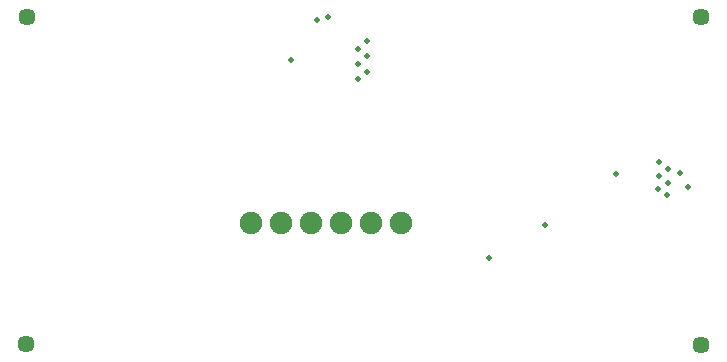
<source format=gbs>
G04*
G04 #@! TF.GenerationSoftware,Altium Limited,Altium Designer,25.2.1 (25)*
G04*
G04 Layer_Color=16711935*
%FSLAX44Y44*%
%MOMM*%
G71*
G04*
G04 #@! TF.SameCoordinates,08FEDEBF-EFD6-4BB9-9F50-9E33F9D93CBE*
G04*
G04*
G04 #@! TF.FilePolarity,Negative*
G04*
G01*
G75*
%ADD31C,1.4500*%
%ADD32C,1.9000*%
%ADD33C,0.5000*%
D31*
X581780Y287720D02*
D03*
X581450Y10160D02*
D03*
X10110Y10560D02*
D03*
X11390Y287680D02*
D03*
D32*
X226054Y113538D02*
D03*
X251454D02*
D03*
X327654D02*
D03*
X302254D02*
D03*
X276854D02*
D03*
X200654D02*
D03*
D33*
X553870Y158690D02*
D03*
X546540Y164810D02*
D03*
X546075Y153357D02*
D03*
X545625Y142348D02*
D03*
X509890Y154530D02*
D03*
X563840Y156010D02*
D03*
X570620Y143410D02*
D03*
X265930Y287650D02*
D03*
X256720Y284740D02*
D03*
X291000Y235070D02*
D03*
X298686Y241220D02*
D03*
X291000Y248130D02*
D03*
X298686Y254790D02*
D03*
Y267624D02*
D03*
X291000Y260570D02*
D03*
X553600Y147384D02*
D03*
X449510Y111630D02*
D03*
X553140Y136848D02*
D03*
X234880Y251240D02*
D03*
X402570Y84050D02*
D03*
M02*

</source>
